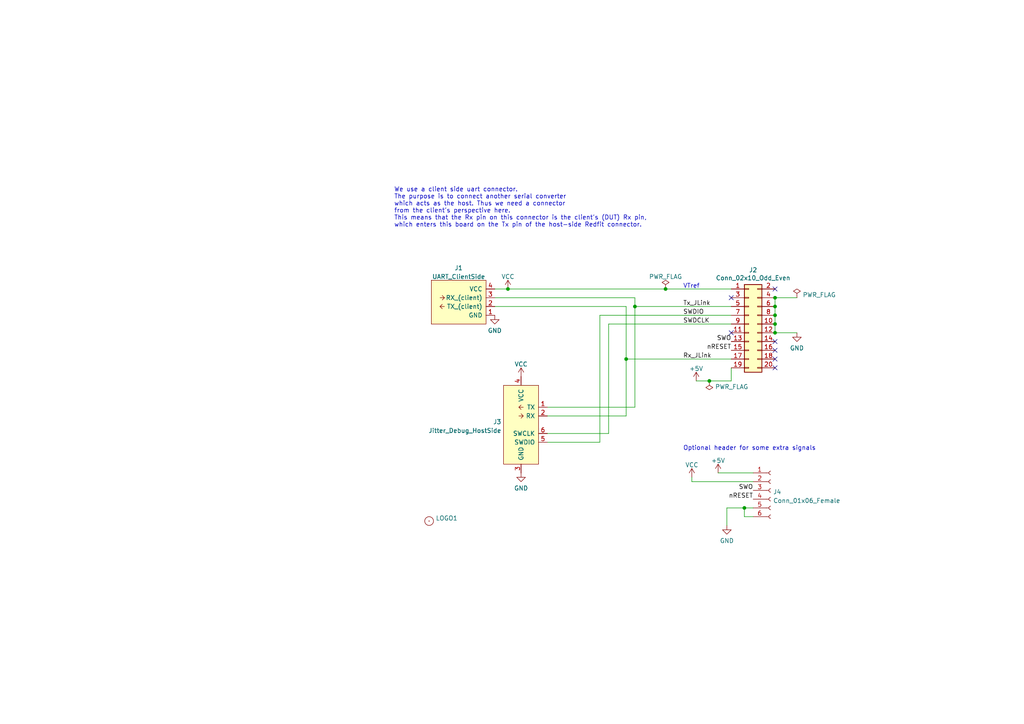
<source format=kicad_sch>
(kicad_sch (version 20211123) (generator eeschema)
  (paper "A4")
  (title_block (title "Breakout for JLink Base Compact") (date "2022-07-06") (rev "V. 1.0") (company "Jitter") (comment 1 "MvG"))
  (lib_symbols
    (symbol "Connector:Conn_01x06_Female" (pin_names (offset 1.016) hide)
      (property "Reference" "J" (at 0 7.62 0))
      (property "Value" "Conn_01x06_Female" (at 0 -10.16 0))
      (symbol "Conn_01x06_Female_1_1"
        (arc (start 0 -7.112) (mid -0.508 -7.62) (end 0 -8.128) (stroke (width 0.1524)))
        (arc (start 0 -4.572) (mid -0.508 -5.08) (end 0 -5.588) (stroke (width 0.1524)))
        (arc (start 0 -2.032) (mid -0.508 -2.54) (end 0 -3.048) (stroke (width 0.1524)))
        (polyline (pts (xy -1.27 -7.62) (xy -0.508 -7.62)) (stroke (width 0.1524)))
        (polyline (pts (xy -1.27 -5.08) (xy -0.508 -5.08)) (stroke (width 0.1524)))
        (polyline (pts (xy -1.27 -2.54) (xy -0.508 -2.54)) (stroke (width 0.1524)))
        (polyline (pts (xy -1.27 0) (xy -0.508 0)) (stroke (width 0.1524)))
        (polyline (pts (xy -1.27 2.54) (xy -0.508 2.54)) (stroke (width 0.1524)))
        (polyline (pts (xy -1.27 5.08) (xy -0.508 5.08)) (stroke (width 0.1524)))
        (arc (start 0 0.508) (mid -0.508 0) (end 0 -0.508) (stroke (width 0.1524)))
        (arc (start 0 3.048) (mid -0.508 2.54) (end 0 2.032) (stroke (width 0.1524)))
        (arc (start 0 5.588) (mid -0.508 5.08) (end 0 4.572) (stroke (width 0.1524)))
        (pin passive line (at -5.08 5.08 0) (length 3.81) (name "Pin_1") (number "1"))
        (pin passive line (at -5.08 2.54 0) (length 3.81) (name "Pin_2") (number "2"))
        (pin passive line (at -5.08 0 0) (length 3.81) (name "Pin_3") (number "3"))
        (pin passive line (at -5.08 -2.54 0) (length 3.81) (name "Pin_4") (number "4"))
        (pin passive line (at -5.08 -5.08 0) (length 3.81) (name "Pin_5") (number "5"))
        (pin passive line (at -5.08 -7.62 0) (length 3.81) (name "Pin_6") (number "6"))
      )
    )
    (symbol "Connector_Generic:Conn_02x10_Odd_Even" (pin_names (offset 1.016) hide)
      (property "Reference" "J" (at 1.27 12.7 0))
      (property "Value" "Conn_02x10_Odd_Even" (at 1.27 -15.24 0))
      (symbol "Conn_02x10_Odd_Even_1_1"
        (rectangle (start -1.27 -12.573) (end 0 -12.827) (stroke (width 0.1524)))
        (rectangle (start -1.27 -10.033) (end 0 -10.287) (stroke (width 0.1524)))
        (rectangle (start -1.27 -7.493) (end 0 -7.747) (stroke (width 0.1524)))
        (rectangle (start -1.27 -4.953) (end 0 -5.207) (stroke (width 0.1524)))
        (rectangle (start -1.27 -2.413) (end 0 -2.667) (stroke (width 0.1524)))
        (rectangle (start -1.27 0.127) (end 0 -0.127) (stroke (width 0.1524)))
        (rectangle (start -1.27 2.667) (end 0 2.413) (stroke (width 0.1524)))
        (rectangle (start -1.27 5.207) (end 0 4.953) (stroke (width 0.1524)))
        (rectangle (start -1.27 7.747) (end 0 7.493) (stroke (width 0.1524)))
        (rectangle (start -1.27 10.287) (end 0 10.033) (stroke (width 0.1524)))
        (rectangle (start -1.27 11.43) (end 3.81 -13.97) (stroke (width 0.254)) (fill (type background)))
        (rectangle (start 3.81 -12.573) (end 2.54 -12.827) (stroke (width 0.1524)))
        (rectangle (start 3.81 -10.033) (end 2.54 -10.287) (stroke (width 0.1524)))
        (rectangle (start 3.81 -7.493) (end 2.54 -7.747) (stroke (width 0.1524)))
        (rectangle (start 3.81 -4.953) (end 2.54 -5.207) (stroke (width 0.1524)))
        (rectangle (start 3.81 -2.413) (end 2.54 -2.667) (stroke (width 0.1524)))
        (rectangle (start 3.81 0.127) (end 2.54 -0.127) (stroke (width 0.1524)))
        (rectangle (start 3.81 2.667) (end 2.54 2.413) (stroke (width 0.1524)))
        (rectangle (start 3.81 5.207) (end 2.54 4.953) (stroke (width 0.1524)))
        (rectangle (start 3.81 7.747) (end 2.54 7.493) (stroke (width 0.1524)))
        (rectangle (start 3.81 10.287) (end 2.54 10.033) (stroke (width 0.1524)))
        (pin passive line (at -5.08 10.16 0) (length 3.81) (name "Pin_1") (number "1"))
        (pin passive line (at 7.62 0 180) (length 3.81) (name "Pin_10") (number "10"))
        (pin passive line (at -5.08 -2.54 0) (length 3.81) (name "Pin_11") (number "11"))
        (pin passive line (at 7.62 -2.54 180) (length 3.81) (name "Pin_12") (number "12"))
        (pin passive line (at -5.08 -5.08 0) (length 3.81) (name "Pin_13") (number "13"))
        (pin passive line (at 7.62 -5.08 180) (length 3.81) (name "Pin_14") (number "14"))
        (pin passive line (at -5.08 -7.62 0) (length 3.81) (name "Pin_15") (number "15"))
        (pin passive line (at 7.62 -7.62 180) (length 3.81) (name "Pin_16") (number "16"))
        (pin passive line (at -5.08 -10.16 0) (length 3.81) (name "Pin_17") (number "17"))
        (pin passive line (at 7.62 -10.16 180) (length 3.81) (name "Pin_18") (number "18"))
        (pin passive line (at -5.08 -12.7 0) (length 3.81) (name "Pin_19") (number "19"))
        (pin passive line (at 7.62 10.16 180) (length 3.81) (name "Pin_2") (number "2"))
        (pin passive line (at 7.62 -12.7 180) (length 3.81) (name "Pin_20") (number "20"))
        (pin passive line (at -5.08 7.62 0) (length 3.81) (name "Pin_3") (number "3"))
        (pin passive line (at 7.62 7.62 180) (length 3.81) (name "Pin_4") (number "4"))
        (pin passive line (at -5.08 5.08 0) (length 3.81) (name "Pin_5") (number "5"))
        (pin passive line (at 7.62 5.08 180) (length 3.81) (name "Pin_6") (number "6"))
        (pin passive line (at -5.08 2.54 0) (length 3.81) (name "Pin_7") (number "7"))
        (pin passive line (at 7.62 2.54 180) (length 3.81) (name "Pin_8") (number "8"))
        (pin passive line (at -5.08 0 0) (length 3.81) (name "Pin_9") (number "9"))
      )
    )
    (symbol "Jitter_Components:LOGO" (pin_names (offset 1.016))
      (property "Reference" "LOGO" (at 0 -2.54 0))
      (property "Value" "LOGO" (at 0 2.54 0))
      (symbol "LOGO_0_1"
        (circle (center 0 0) (radius 0.0001))
        (circle (center 0 0) (radius 1.27))
      )
    )
    (symbol "Jitter_Connectors:Jitter_Debug_HostSide" (pin_names (offset 1.016))
      (property "Reference" "J" (at 1.27 24.13 0))
      (property "Value" "Jitter_Debug_HostSide" (at 19.05 24.13 0))
      (symbol "Jitter_Debug_HostSide_0_1"
        (polyline (pts (xy 4.445 13.97) (xy 5.715 13.97)) (stroke (width 0.1524)))
        (polyline (pts (xy 5.715 16.51) (xy 4.445 16.51)) (stroke (width 0.1524)))
        (polyline (pts (xy 5.08 13.335) (xy 4.445 13.97) (xy 5.08 14.605)) (stroke (width 0.1524)))
        (polyline (pts (xy 5.08 17.145) (xy 5.715 16.51) (xy 5.08 15.875)) (stroke (width 0.1524)))
        (rectangle (start 0 22.86) (end 10.16 0) (fill (type background)))
      )
      (symbol "Jitter_Debug_HostSide_1_1"
        (pin output line (at -2.54 16.51 0) (length 2.54) (name "TX") (number "1"))
        (pin input line (at -2.54 13.97 0) (length 2.54) (name "RX") (number "2"))
        (pin passive line (at 5.08 -2.54 90) (length 2.54) (name "GND") (number "3"))
        (pin passive line (at 5.08 25.4 270) (length 2.54) (name "VCC") (number "4"))
        (pin bidirectional line (at -2.54 6.35 0) (length 2.54) (name "SWDIO") (number "5"))
        (pin bidirectional line (at -2.54 8.89 0) (length 2.54) (name "SWCLK") (number "6"))
      )
    )
    (symbol "Jitter_Connectors:UART_ClientSide" (pin_names (offset 1.016))
      (property "Reference" "J" (at 1.27 16.51 0))
      (property "Value" "UART_ClientSide" (at 7.62 13.97 0))
      (symbol "UART_ClientSide_0_1"
        (polyline (pts (xy 12.065 7.62) (xy 12.7 6.985)) (stroke (width 0.1524)))
        (polyline (pts (xy 12.065 7.62) (xy 12.7 8.255)) (stroke (width 0.1524)))
        (polyline (pts (xy 12.065 7.62) (xy 13.335 7.62)) (stroke (width 0.1524)))
        (polyline (pts (xy 13.335 5.08) (xy 12.065 5.08)) (stroke (width 0.1524)))
        (polyline (pts (xy 13.335 5.08) (xy 12.7 4.445)) (stroke (width 0.1524)))
        (polyline (pts (xy 13.335 5.08) (xy 12.7 5.715)) (stroke (width 0.1524)))
        (rectangle (start 0 12.7) (end 15.875 0) (fill (type background)))
      )
      (symbol "UART_ClientSide_1_1"
        (pin passive line (at -2.54 2.54 0) (length 2.54) (name "GND") (number "1"))
        (pin output line (at -2.54 5.08 0) (length 2.54) (name "TX_(client)") (number "2"))
        (pin input line (at -2.54 7.62 0) (length 2.54) (name "RX_(client)") (number "3"))
        (pin passive line (at -2.54 10.16 0) (length 2.54) (name "VCC") (number "4"))
      )
    )
    (symbol "power:+5V" (power) (pin_names (offset 0))
      (property "Value" "+5V" (at 0 3.556 0))
      (symbol "+5V_0_1"
        (polyline (pts (xy -0.762 1.27) (xy 0 2.54)))
        (polyline (pts (xy 0 0) (xy 0 2.54)))
        (polyline (pts (xy 0 2.54) (xy 0.762 1.27)))
      )
      (symbol "+5V_1_1"
        (pin power_in line (at 0 0 90) (length 0) hide (name "+5V") (number "1"))
      )
    )
    (symbol "power:GND" (power) (pin_names (offset 0))
      (property "Value" "GND" (at 0 -3.81 0))
      (symbol "GND_0_1"
        (polyline (pts (xy 0 0) (xy 0 -1.27) (xy 1.27 -1.27) (xy 0 -2.54) (xy -1.27 -1.27) (xy 0 -1.27)))
      )
      (symbol "GND_1_1"
        (pin power_in line (at 0 0 270) (length 0) hide (name "GND") (number "1"))
      )
    )
    (symbol "power:PWR_FLAG" (power) (pin_numbers hide) (pin_names (offset 0) hide)
      (property "Value" "PWR_FLAG" (at 0 3.81 0))
      (symbol "PWR_FLAG_0_0"
        (pin power_out line (at 0 0 90) (length 0) (name "pwr") (number "1"))
      )
      (symbol "PWR_FLAG_0_1"
        (polyline (pts (xy 0 0) (xy 0 1.27) (xy -1.016 1.905) (xy 0 2.54) (xy 1.016 1.905) (xy 0 1.27)))
      )
    )
    (symbol "power:VCC" (power) (pin_names (offset 0))
      (property "Value" "VCC" (at 0 3.81 0))
      (symbol "VCC_0_1"
        (polyline (pts (xy -0.762 1.27) (xy 0 2.54)))
        (polyline (pts (xy 0 0) (xy 0 2.54)))
        (polyline (pts (xy 0 2.54) (xy 0.762 1.27)))
      )
      (symbol "VCC_1_1"
        (pin power_in line (at 0 0 90) (length 0) hide (name "VCC") (number "1"))
      )
    )
  )
  (junction (at 147.32 83.82))
  (junction (at 224.79 88.9))
  (junction (at 224.79 96.52))
  (junction (at 224.79 93.98))
  (junction (at 193.04 83.82))
  (junction (at 215.9 147.32))
  (junction (at 205.74 110.49))
  (junction (at 184.15 88.9))
  (junction (at 181.61 104.14))
  (junction (at 224.79 86.36))
  (junction (at 224.79 91.44))
  (no_connect (at 224.79 99.06))
  (no_connect (at 212.09 96.52))
  (no_connect (at 224.79 83.82))
  (no_connect (at 224.79 104.14))
  (no_connect (at 212.09 86.36))
  (no_connect (at 224.79 101.6))
  (no_connect (at 224.79 106.68))
  (wire (pts (xy 147.32 83.82) (xy 193.04 83.82)))
  (wire (pts (xy 173.99 91.44) (xy 212.09 91.44)))
  (wire (pts (xy 200.66 138.43) (xy 200.66 139.7)))
  (wire (pts (xy 224.79 93.98) (xy 224.79 96.52)))
  (wire (pts (xy 200.66 139.7) (xy 218.44 139.7)))
  (wire (pts (xy 215.9 147.32) (xy 218.44 147.32)))
  (wire (pts (xy 184.15 118.11) (xy 158.75 118.11)))
  (wire (pts (xy 210.82 147.32) (xy 215.9 147.32)))
  (wire (pts (xy 184.15 88.9) (xy 184.15 118.11)))
  (wire (pts (xy 224.79 86.36) (xy 224.79 88.9)))
  (wire (pts (xy 224.79 96.52) (xy 231.14 96.52)))
  (wire (pts (xy 224.79 86.36) (xy 231.14 86.36)))
  (wire (pts (xy 212.09 106.68) (xy 212.09 110.49)))
  (wire (pts (xy 173.99 91.44) (xy 173.99 128.27)))
  (wire (pts (xy 184.15 88.9) (xy 184.15 86.36)))
  (wire (pts (xy 208.28 137.16) (xy 218.44 137.16)))
  (wire (pts (xy 143.51 86.36) (xy 184.15 86.36)))
  (wire (pts (xy 176.53 93.98) (xy 212.09 93.98)))
  (wire (pts (xy 212.09 110.49) (xy 205.74 110.49)))
  (wire (pts (xy 181.61 104.14) (xy 212.09 104.14)))
  (wire (pts (xy 181.61 88.9) (xy 181.61 104.14)))
  (wire (pts (xy 224.79 91.44) (xy 224.79 93.98)))
  (wire (pts (xy 205.74 110.49) (xy 201.93 110.49)))
  (wire (pts (xy 210.82 152.4) (xy 210.82 147.32)))
  (wire (pts (xy 147.32 83.82) (xy 143.51 83.82)))
  (wire (pts (xy 158.75 125.73) (xy 176.53 125.73)))
  (wire (pts (xy 158.75 128.27) (xy 173.99 128.27)))
  (wire (pts (xy 143.51 88.9) (xy 181.61 88.9)))
  (wire (pts (xy 176.53 93.98) (xy 176.53 125.73)))
  (wire (pts (xy 224.79 88.9) (xy 224.79 91.44)))
  (wire (pts (xy 181.61 104.14) (xy 181.61 120.65)))
  (wire (pts (xy 181.61 120.65) (xy 158.75 120.65)))
  (wire (pts (xy 215.9 149.86) (xy 215.9 147.32)))
  (wire (pts (xy 212.09 88.9) (xy 184.15 88.9)))
  (wire (pts (xy 218.44 149.86) (xy 215.9 149.86)))
  (wire (pts (xy 193.04 83.82) (xy 212.09 83.82)))
  (text "VTref" (at 198.12 83.82 0) (effects (font (size 1.27 1.27)) (justify left bottom)))
  (text "We use a client side uart connector. \nThe purpose is to connect another serial converter \nwhich acts as the host. Thus we need a connector \nfrom the client's perspective here.\nThis means that the Rx pin on this connector is the client's (DUT) Rx pin, \nwhich enters this board on the Tx pin of the host-side Redfit connector.\n" (at 114.3 66.04 0) (effects (font (size 1.27 1.27)) (justify left bottom)))
  (text "Optional header for some extra signals" (at 198.12 130.81 0) (effects (font (size 1.27 1.27)) (justify left bottom)))
  (label "SWO" (at 212.09 99.06 180))
  (label "Tx_JLink" (at 198.12 88.9 0))
  (label "SWO" (at 218.44 142.24 180))
  (label "SWDCLK" (at 198.12 93.98 0))
  (label "nRESET" (at 218.44 144.78 180))
  (label "Rx_JLink" (at 198.12 104.14 0))
  (label "nRESET" (at 212.09 101.6 180))
  (label "SWDIO" (at 198.12 91.44 0))
  (symbol (lib_id "Connector_Generic:Conn_02x10_Odd_Even") (at 217.17 93.98 0) (unit 1)
    (property "Reference" "J2" (at 218.44 78.3082 0))
    (property "Value" "Conn_02x10_Odd_Even" (at 218.44 80.6196 0))
    (property "Footprint" "Jitter_Connectors:JLink_PinHeader_2x10_2.54_Horizontal" (effects hide))
  )
  (symbol (lib_id "power:GND") (at 151.13 137.16 0) (unit 1)
    (property "Reference" "#PWR05" (effects hide))
    (property "Value" "GND" (at 151.13 141.6034 0))
  )
  (symbol (lib_id "Jitter_Connectors:Jitter_Debug_HostSide") (at 156.21 134.62 0) (mirror y) (unit 1)
    (property "Reference" "J3" (at 145.415 122.3553 0) (effects (justify left)))
    (property "Value" "Jitter_Debug_HostSide" (at 145.415 124.8922 0) (effects (justify left)))
    (property "Footprint" "Jitter_Footprints:WR-WST_REDFIT-6-pins_490107670612" (effects hide))
    (property "Datasheet" "https://www.we-online.de/katalog/datasheet/490107670612.pdf" (effects hide))
  )
  (symbol (lib_id "power:PWR_FLAG") (at 205.74 110.49 180) (unit 1)
    (property "Reference" "#FLG0101" (effects hide))
    (property "Value" "PWR_FLAG" (at 207.391 112.1938 0) (effects (justify right)))
  )
  (symbol (lib_id "power:GND") (at 210.82 152.4 0) (unit 1)
    (property "Reference" "#PWR08" (effects hide))
    (property "Value" "GND" (at 210.82 156.8434 0))
  )
  (symbol (lib_id "power:VCC") (at 200.66 138.43 0) (unit 1)
    (property "Reference" "#PWR07" (effects hide))
    (property "Value" "VCC" (at 200.66 134.8542 0))
  )
  (symbol (lib_id "power:GND") (at 231.14 96.52 0) (unit 1)
    (property "Reference" "#PWR?" (effects hide))
    (property "Value" "GND" (at 231.14 100.9634 0))
  )
  (symbol (lib_id "power:+5V") (at 201.93 110.49 0) (unit 1)
    (property "Reference" "#PWR04" (effects hide))
    (property "Value" "+5V" (at 201.93 106.9142 0))
  )
  (symbol (lib_id "power:PWR_FLAG") (at 231.14 86.36 0) (unit 1)
    (property "Reference" "#FLG?" (effects hide))
    (property "Value" "PWR_FLAG" (at 232.791 85.5238 0) (effects (justify left)))
  )
  (symbol (lib_id "power:GND") (at 143.51 91.44 0) (unit 1)
    (property "Reference" "#PWR02" (effects hide))
    (property "Value" "GND" (at 143.51 95.8834 0))
  )
  (symbol (lib_id "Jitter_Components:LOGO") (at 124.46 151.13 0) (unit 1)
    (property "Reference" "LOGO1" (at 126.365 150.2953 0) (effects (justify left)))
    (property "Value" "LOGO" (effects hide))
    (property "Footprint" "Jitter_Logos:JitterLogo" (effects hide))
    (property "DNI" "1" (effects hide))
  )
  (symbol (lib_id "Jitter_Connectors:UART_ClientSide") (at 140.97 93.98 0) (mirror y) (unit 1)
    (property "Reference" "J1" (at 133.0325 77.7072 0))
    (property "Value" "UART_ClientSide" (at 133.0325 80.2441 0))
    (property "Footprint" "Connector_Molex:Molex_PicoBlade_53261-0471_1x04-1MP_P1.25mm_Horizontal" (effects hide))
  )
  (symbol (lib_id "power:VCC") (at 147.32 83.82 0) (unit 1)
    (property "Reference" "#PWR01" (effects hide))
    (property "Value" "VCC" (at 147.32 80.2442 0))
  )
  (symbol (lib_id "power:PWR_FLAG") (at 193.04 83.82 0) (unit 1)
    (property "Reference" "#FLG0102" (effects hide))
    (property "Value" "PWR_FLAG" (at 193.04 80.2442 0))
  )
  (symbol (lib_id "Connector:Conn_01x06_Female") (at 223.52 142.24 0) (unit 1)
    (property "Reference" "J4" (at 224.2312 142.6753 0) (effects (justify left)))
    (property "Value" "Conn_01x06_Female" (at 224.2312 145.2122 0) (effects (justify left)))
    (property "Footprint" "Connector_PinHeader_2.54mm:PinHeader_1x06_P2.54mm_Vertical" (effects hide))
  )
  (symbol (lib_id "power:+5V") (at 208.28 137.16 0) (unit 1)
    (property "Reference" "#PWR06" (effects hide))
    (property "Value" "+5V" (at 208.28 133.5842 0))
  )
  (symbol (lib_id "power:VCC") (at 151.13 109.22 0) (unit 1)
    (property "Reference" "#PWR03" (effects hide))
    (property "Value" "VCC" (at 151.13 105.6442 0))
  )
)
</source>
